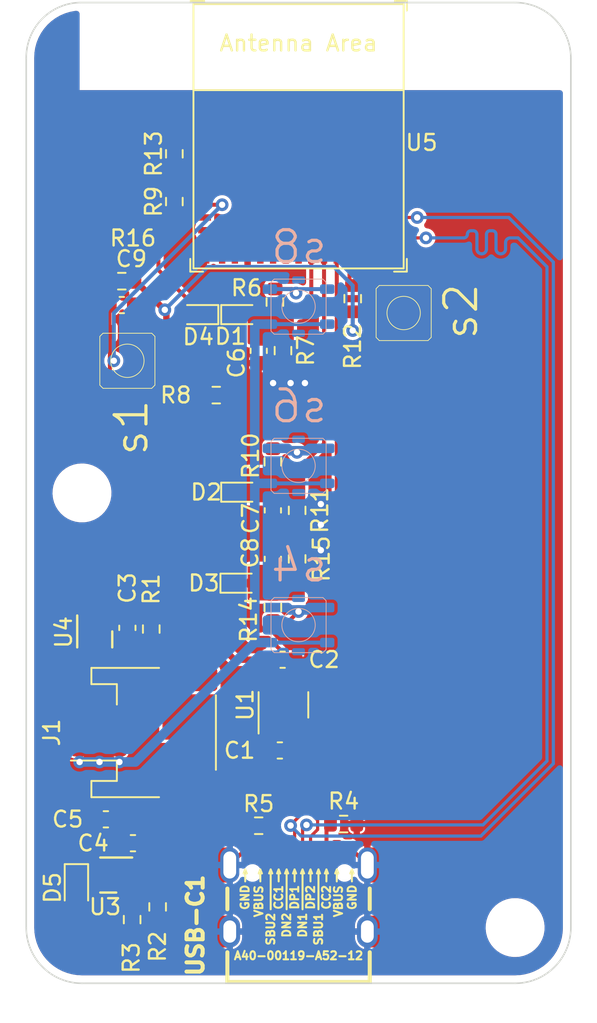
<source format=kicad_pcb>
(kicad_pcb (version 20221018) (generator pcbnew)
  (title_block (title "Rapid Remote") (date "2023-08-28") (rev "C"))
  (layers (0 "F.Cu" signal) (31 "B.Cu" signal) (34 "B.Paste" user) (35 "F.Paste" user) (36 "B.SilkS" user "B.Silkscreen") (37 "F.SilkS" user "F.Silkscreen") (38 "B.Mask" user) (39 "F.Mask" user) (44 "Edge.Cuts" user))
  (net 0 "")
  (net 1 "+5V")
  (net 2 "GND")
  (net 3 "EN_LDO")
  (net 4 "8S")
  (net 5 "6S")
  (net 6 "4S")
  (net 7 "LATCH")
  (net 8 "Net-(USB-C1-CC2)")
  (net 9 "Net-(USB-C1-CC1)")
  (net 10 "+3V3")
  (net 11 "Net-(s8-1)")
  (net 12 "Net-(s6-1)")
  (net 13 "Net-(s4-1)")
  (net 21 "Net-(U4-VDD)")
  (net 24 "USB_D-")
  (net 25 "USB_D+")
  (net 36 "+3V8")
  (net 39 "Net-(U3-PRG)")
  (net 42 "Net-(D5-K)")
  (net 43 "Net-(D5-A)")
  (net 44 "Net-(J1-Pin_2)")
  (net 46 "Net-(U5-EN{slash}CHIP_PU)")
  (net 47 "Net-(U5-GPIO8)")
  (net 48 "Net-(U5-GPIO2{slash}ADC1_CH2)")
  (net 49 "Net-(U5-GPIO9)")
  (footprint "PCM_Espressif:ESP32-C3-MINI-1" (layer "F.Cu") (at 151.6 71.5)
    (fp_text reference "U5")
    (fp_text value "ESP32-C3-MINI-1")
  )
  (footprint "Package_DFN_QFN:DFN-6-1EP_2x2mm_P0.65mm_EP1x1.6mm" (layer "F.Cu") (at 138.8 102.6 -90)
    (fp_text reference "U4")
    (fp_text value "XB6096I2SV")
  )
  (footprint "Resistor_SMD:R_0603_1608Metric" (layer "F.Cu") (at 150.622 84.963 -90)
    (fp_text reference "R7")
    (fp_text value "10k")
  )
  (footprint "Capacitor_SMD:C_0603_1608Metric" (layer "F.Cu") (at 141.2 115.9 180)
    (fp_text reference "C4")
    (fp_text value "10u")
  )
  (footprint "Capacitor_SMD:C_0603_1608Metric" (layer "F.Cu") (at 150.425 110.075)
    (fp_text reference "C1")
    (fp_text value "1u")
  )
  (footprint "Diode_SMD:D_SOD-523" (layer "F.Cu") (at 148 82.7)
    (fp_text reference "D1")
    (fp_text value "1N4148WT")
  )
  (footprint "MountingHole:MountingHole_3.2mm_M3" (layer "F.Cu") (at 165.2 121.2)
    (fp_text reference "H3")
    (fp_text value "MountingHole")
  )
  (footprint "Capacitor_SMD:C_0603_1608Metric" (layer "F.Cu") (at 139.5 114.4)
    (fp_text reference "C5")
    (fp_text value "1u")
  )
  (footprint "LED_SMD:LED_0603_1608Metric" (layer "F.Cu") (at 137.65 118.7 -90)
    (fp_text reference "D5")
    (fp_text value "LED")
  )
  (footprint "Resistor_SMD:R_0603_1608Metric" (layer "F.Cu") (at 155 81.7 90)
    (fp_text reference "R12")
    (fp_text value "10k")
  )
  (footprint "Capacitor_SMD:C_0603_1608Metric" (layer "F.Cu") (at 150.6 104.375)
    (fp_text reference "C2")
    (fp_text value "1u")
  )
  (footprint "Resistor_SMD:R_0603_1608Metric" (layer "F.Cu") (at 154.43 114.696)
    (fp_text reference "R4")
    (fp_text value "5k1")
  )
  (footprint "Resistor_SMD:R_0603_1608Metric" (layer "F.Cu") (at 149.987 91.948 90)
    (fp_text reference "R10")
    (fp_text value "1k")
  )
  (footprint "Resistor_SMD:R_0603_1608Metric" (layer "F.Cu") (at 142.35 102.45 -90)
    (fp_text reference "R1")
    (fp_text value "1k")
  )
  (footprint "Resistor_SMD:R_0603_1608Metric" (layer "F.Cu") (at 149.987 101.092 -90)
    (fp_text reference "R14")
    (fp_text value "1k")
  )
  (footprint "Capacitor_SMD:C_0603_1608Metric" (layer "F.Cu") (at 149.987 94.996 -90)
    (fp_text reference "C7")
    (fp_text value "1u")
  )
  (footprint "Diode_SMD:D_SOD-523" (layer "F.Cu") (at 145.3 82.7 180)
    (fp_text reference "D4")
    (fp_text value "1N4148WT")
  )
  (footprint "Capacitor_SMD:C_0603_1608Metric" (layer "F.Cu") (at 149.098 84.976 -90)
    (fp_text reference "C6")
    (fp_text value "1u")
  )
  (footprint "Resistor_SMD:R_0603_1608Metric" (layer "F.Cu") (at 141.15 120.7 -90)
    (fp_text reference "R3")
    (fp_text value "47.5k")
  )
  (footprint "Resistor_SMD:R_0603_1608Metric" (layer "F.Cu") (at 150.114 81.915 90)
    (fp_text reference "R6")
    (fp_text value "1k")
  )
  (footprint "Resistor_SMD:R_0603_1608Metric" (layer "F.Cu") (at 151.511 98.044 90)
    (fp_text reference "R15")
    (fp_text value "10k")
  )
  (footprint "Resistor_SMD:R_0603_1608Metric" (layer "F.Cu") (at 146.431 87.757 180)
    (fp_text reference "R8")
    (fp_text value "10k")
  )
  (footprint "MountingHole:MountingHole_3.2mm_M3" (layer "F.Cu") (at 138 93.9)
    (fp_text reference "H2")
    (fp_text value "MountingHole")
  )
  (footprint "Capacitor_SMD:C_0603_1608Metric" (layer "F.Cu") (at 149.987 98.044 90)
    (fp_text reference "C8")
    (fp_text value "1u")
  )
  (footprint "Capacitor_SMD:C_0603_1608Metric" (layer "F.Cu") (at 140.5 82.1)
    (fp_text reference "C9")
    (fp_text value "1u")
  )
  (footprint "Diode_SMD:D_SOD-523" (layer "F.Cu") (at 148 93.853)
    (fp_text reference "D2")
    (fp_text value "1N4148WT")
  )
  (footprint "Resistor_SMD:R_0603_1608Metric" (layer "F.Cu") (at 143.8 75.6 -90)
    (fp_text reference "R9")
    (fp_text value "1M")
  )
  (footprint "Personal:USB2.0_TYPE-C(A40-00119-A52-12)" (layer "F.Cu") (at 151.6 120.3 -90)
    (fp_text reference "USB-C1")
    (fp_text value "USB-C-16P-F(A40-00119-A52-12)")
  )
  (footprint "Resistor_SMD:R_0603_1608Metric" (layer "F.Cu") (at 143.8 72.6 90)
    (fp_text reference "R13")
    (fp_text value "10k")
  )
  (footprint "Diode_SMD:D_SOD-523" (layer "F.Cu") (at 147.955 99.568)
    (fp_text reference "D3")
    (fp_text value "1N4148WT")
  )
  (footprint "Capacitor_SMD:C_0603_1608Metric" (layer "F.Cu") (at 140.85 102.375 -90)
    (fp_text reference "C3")
    (fp_text value "100n")
  )
  (footprint "Resistor_SMD:R_0603_1608Metric" (layer "F.Cu") (at 149.096 114.803 180)
    (fp_text reference "R5")
    (fp_text value "5k1")
  )
  (footprint "Connector_JST:JST_PH_S2B-PH-SM4-TB_1x02-1MP_P2.00mm_Horizontal" (layer "F.Cu") (at 141.9 108.95 90)
    (fp_text reference "J1")
    (fp_text value "Conn_01x02_Socket")
  )
  (footprint "Resistor_SMD:R_0603_1608Metric" (layer "F.Cu") (at 151.511 94.996 -90)
    (fp_text reference "R11")
    (fp_text value "10k")
  )
  (footprint "MountingHole:MountingHole_3.2mm_M3" (layer "F.Cu") (at 165.2 66.6)
    (fp_text reference "H1")
    (fp_text value "MountingHole")
  )
  (footprint "rapidtraining:TS-1177-C-B-B" (layer "F.Cu") (at 140.85 85.6 90)
    (fp_text reference "s1")
    (fp_text value "BUTTON_4PIN_TS_1177" hide)
  )
  (footprint "Package_TO_SOT_SMD:SOT-23-5" (layer "F.Cu") (at 150.65 107.2125 90)
    (fp_text reference "U1")
    (fp_text value "MIC5504-3.3YM5")
  )
  (footprint "Resistor_SMD:R_0603_1608Metric" (layer "F.Cu") (at 140.5 80.6 180)
    (fp_text reference "R16")
    (fp_text value "10k")
  )
  (footprint "Resistor_SMD:R_0603_1608Metric" (layer "F.Cu") (at 142.75 119.9 90)
    (fp_text reference "R2")
    (fp_text value "1k")
  )
  (footprint "Package_DFN_QFN:DFN-6-1EP_2x2mm_P0.65mm_EP1x1.6mm" (layer "F.Cu") (at 140.15 117.9 180)
    (fp_text reference "U3")
    (fp_text value "WS4518D")
  )
  (footprint "rapidtraining:TS-1177-C-B-B" (layer "F.Cu") (at 158.2 82.6 90)
    (fp_text reference "s2")
    (fp_text value "BUTTON_4PIN_TS_1177" hide)
  )
  (footprint "rapidtraining:TS-1177-C-B-B" (layer "B.Cu") (at 151.6 92.2 180)
    (fp_text reference "s6")
    (fp_text value "BUTTON_4PIN_TS_1177" hide)
  )
  (footprint "rapidtraining:TS-1177-C-B-B" (layer "B.Cu") (at 151.6 82.2 180)
    (fp_text reference "s8")
    (fp_text value "BUTTON_4PIN_TS_1177" hide)
  )
  (footprint "rapidtraining:TS-1177-C-B-B" (layer "B.Cu") (at 151.6 102.2 180)
    (fp_text reference "s4")
    (fp_text value "BUTTON_4PIN_TS_1177" hide)
  )
  (gr_arc (start 134.5 66.6) (mid 135.475126 64.145837) (end 137.9 63.1) (stroke (width 0.1)) (layer "Edge.Cuts"))
  (gr_line (start 165.2 124.7) (end 138 124.7) (stroke (width 0.1)) (layer "Edge.Cuts"))
  (gr_arc (start 165.2 63.1) (mid 167.674874 64.125126) (end 168.7 66.6) (stroke (width 0.1)) (layer "Edge.Cuts"))
  (gr_line (start 137.9 63.1) (end 165.2 63.1) (stroke (width 0.1)) (layer "Edge.Cuts"))
  (gr_arc (start 138 124.7) (mid 135.525127 123.674874) (end 134.5 121.2) (stroke (width 0.1)) (layer "Edge.Cuts"))
  (gr_arc (start 168.7 121.2) (mid 167.674874 123.674874) (end 165.2 124.7) (stroke (width 0.1)) (layer "Edge.Cuts"))
  (gr_line (start 134.5 121.2) (end 134.5 66.6) (stroke (width 0.1)) (layer "Edge.Cuts"))
  (gr_line (start 168.7 66.6) (end 168.7 121.2) (stroke (width 0.1)) (layer "Edge.Cuts"))
  (segment (start 142.75 119.075) (end 142.75 118.05) (width 0.3) (layer "F.Cu") (net 1))
  (segment (start 149.325 116.368) (end 149.075 116.368) (width 0.25) (layer "F.Cu") (net 1))
  (segment (start 151.509 118.014) (end 150.448 119.075) (width 0.508) (layer "F.Cu") (net 1))
  (segment (start 141.95 117.25) (end 141.9 117.25) (width 0.3) (layer "F.Cu") (net 1))
  (segment (start 141.975 115.9) (end 141.975 117.175) (width 0.25) (layer "F.Cu") (net 1))
  (segment (start 150.448 119.075) (end 142.75 119.075) (width 0.508) (layer "F.Cu") (net 1))
  (segment (start 141.9 117.25) (end 141.2 117.25) (width 0.3) (layer "F.Cu") (net 1))
  (segment (start 141.975 117.175) (end 141.9 117.25) (width 0.25) (layer "F.Cu") (net 1))
  (segment (start 142.75 118.05) (end 141.95 117.25) (width 0.3) (layer "F.Cu") (net 1))
  (segment (start 145.65 78.25) (end 145.7 78.2) (width 0.25) (layer "F.Cu") (net 2))
  (segment (start 140.425 115.9) (end 140.425 114.55) (width 0.5) (layer "F.Cu") (net 2))
  (segment (start 148.525 116.368) (end 148.182 116.368) (width 0.25) (layer "F.Cu") (net 2))
  (segment (start 155.018 116.368) (end 155.92 117.27) (width 0.25) (layer "F.Cu") (net 2))
  (segment (start 151.511 95.821) (end 150.037 95.821) (width 0.5) (layer "F.Cu") (net 2))
  (segment (start 138.15 101.55) (end 138.15 100.75) (width 0.25) (layer "F.Cu") (net 2))
  (segment (start 157.55 69.25) (end 156.45 69.25) (width 0.6) (layer "F.Cu") (net 2))
  (segment (start 149.987 97.269) (end 151.461 97.269) (width 0.5) (layer "F.Cu") (net 2))
  (segment (start 140.425 114.55) (end 140.275 114.4) (width 0.25) (layer "F.Cu") (net 2))
  (segment (start 151.461 97.269) (end 151.511 97.219) (width 0.25) (layer "F.Cu") (net 2))
  (segment (start 145.65 70.15) (end 145.7 70.2) (width 0.6) (layer "F.Cu") (net 2))
  (segment (start 154.675 116.368) (end 155.018 116.368) (width 0.25) (layer "F.Cu") (net 2))
  (segment (start 150.65 109.525) (end 151.2 110.075) (width 0.25) (layer "F.Cu") (net 2))
  (segment (start 149.135 85.788) (end 149.098 85.751) (width 0.25) (layer "F.Cu") (net 2))
  (segment (start 150.622 86.378) (end 150.622 85.788) (width 0.5) (layer "F.Cu") (net 2))
  (segment (start 150.65 108.35) (end 150.65 109.525) (width 0.25) (layer "F.Cu") (net 2))
  (segment (start 149.987 95.871) (end 150.037 95.821) (width 0.5) (layer "F.Cu") (net 2))
  (segment (start 138.8 101.55) (end 138.8 100.8) (width 0.25) (layer "F.Cu") (net 2))
  (segment (start 146.75 69.25) (end 146.8 69.3) (width 0.25) (layer "F.Cu") (net 2))
  (segment (start 138.8 102.6) (end 138.8 101.55) (width 0.25) (layer "F.Cu") (net 2))
  (segment (start 151.511 95.821) (end 151.511 97.219) (width 0.5) (layer "F.Cu") (net 2))
  (segment (start 141.2 117.9) (end 140.15 117.9) (width 0.25) (layer "F.Cu") (net 2))
  (segment (start 150 87) (end 150.622 86.378) (width 0.5) (layer "F.Cu") (net 2))
  (segment (start 150.622 85.788) (end 149.135 85.788) (width 0.5) (layer "F.Cu") (net 2))
  (segment (start 150.037 95.821) (end 149.987 95.771) (width 0.25) (layer "F.Cu") (net 2))
  (segment (start 145.65 69.25) (end 146.75 69.25) (width 0.6) (layer "F.Cu") (net 2))
  (segment (start 156.45 69.25) (end 156.4 69.3) (width 0.25) (layer "F.Cu") (net 2))
  (segment (start 138.15 101.95) (end 138.8 102.6) (width 0.25) (layer "F.Cu") (net 2))
  (segment (start 149.987 97.269) (end 149.987 95.871) (width 0.5) (layer "F.Cu") (net 2))
  (segment (start 148.182 116.368) (end 147.28 117.27) (width 0.25) (layer "F.Cu") (net 2))
  (segment (start 138.15 101.55) (end 138.15 101.95) (width 0.25) (layer "F.Cu") (net 2))
  (via (at 153 97.5) (size 0.8) (drill 0.4) (layers "F.Cu" "B.Cu") (net 2))
  (via (at 150 87) (size 0.8) (drill 0.4) (layers "F.Cu" "B.Cu") (net 2))
  (via (at 153 94.6) (size 0.8) (drill 0.4) (layers "F.Cu" "B.Cu") (net 2))
  (via (at 152 87) (size 0.8) (drill 0.4) (layers "F.Cu" "B.Cu") (net 2))
  (via (at 151.1 87) (size 0.8) (drill 0.4) (layers "F.Cu" "B.Cu") (net 2))
  (via (at 153 95.9) (size 0.8) (drill 0.4) (layers "F.Cu" "B.Cu") (net 2))
  (segment (start 150.6 103.897183) (end 150.6 106.6) (width 0.25) (layer "F.Cu") (net 3))
  (segment (start 151.6 107.6) (end 151.6 108.35) (width 0.25) (layer "F.Cu") (net 3))
  (segment (start 147.3 82.7) (end 146 82.7) (width 0.25) (layer "F.Cu") (net 3))
  (segment (start 150.6 106.6) (end 151.6 107.6) (width 0.25) (layer "F.Cu") (net 3))
  (segment (start 147.255 99.568) (end 147.255 101.655) (width 0.25) (layer "F.Cu") (net 3))
  (segment (start 147.3 99.2) (end 147.3 92.2) (width 0.25) (layer "F.Cu") (net 3))
  (segment (start 148.6 103) (end 149.702817 103) (width 0.25) (layer "F.Cu") (net 3))
  (segment (start 147.3 82.7) (end 147.3 92.2) (width 0.25) (layer "F.Cu") (net 3))
  (segment (start 147.255 101.655) (end 148.6 103) (width 0.25) (layer "F.Cu") (net 3))
  (segment (start 149.702817 103) (end 150.6 103.897183) (width 0.25) (layer "F.Cu") (net 3))
  (segment (start 152.4 79.1) (end 152.4 82) (width 0.25) (layer "F.Cu") (net 4))
  (segment (start 150.177 82.677) (end 150.114 82.74) (width 0.25) (layer "F.Cu") (net 4))
  (segment (start 151.723 82.677) (end 150.177 82.677) (width 0.25) (layer "F.Cu") (net 4))
  (segment (start 152.4 82) (end 151.723 82.677) (width 0.25) (layer "F.Cu") (net 4))
  (segment (start 153.2 90.8) (end 150.9 93.1) (width 0.25) (layer "F.Cu") (net 5))
  (segment (start 153.2 79.1) (end 153.2 90.8) (width 0.25) (layer "F.Cu") (net 5))
  (segment (start 154 98.9) (end 153.9 99) (width 0.25) (layer "F.Cu") (net 6))
  (segment (start 150.8 99.21) (end 153.69 99.21) (width 0.25) (layer "F.Cu") (net 6))
  (segment (start 154 79.1) (end 154 98.9) (width 0.25) (layer "F.Cu") (net 6))
  (segment (start 153.69 99.21) (end 153.9 99) (width 0.25) (layer "F.Cu") (net 6))
  (segment (start 143.8 74.775) (end 143.125 74.775) (width 0.25) (layer "F.Cu") (net 7))
  (segment (start 145.7 74.2) (end 145.1 74.2) (width 0.25) (layer "F.Cu") (net 7))
  (segment (start 142.8 75.1) (end 142.8 79.9) (width 0.25) (layer "F.Cu") (net 7))
  (segment (start 144.6 81.7) (end 144.6 82.7) (width 0.25) (layer "F.Cu") (net 7))
  (segment (start 142.8 79.9) (end 144.6 81.7) (width 0.25) (layer "F.Cu") (net 7))
  (segment (start 144.525 74.775) (end 143.8 74.775) (width 0.25) (layer "F.Cu") (net 7))
  (segment (start 143.125 74.775) (end 142.8 75.1) (width 0.25) (layer "F.Cu") (net 7))
  (segment (start 145.1 74.2) (end 144.525 74.775) (width 0.25) (layer "F.Cu") (net 7))
  (segment (start 153.354 116.3758) (end 153.354 115.0122) (width 0.25) (layer "F.Cu") (net 8))
  (segment (start 153.354 115.0122) (end 153.605 114.7612) (width 0.25) (layer "F.Cu") (net 8))
  (segment (start 150.354 116.3758) (end 150.354 115.4192) (width 0.25) (layer "F.Cu") (net 9))
  (segment (start 150.354 115.4192) (end 149.7378 114.803) (width 0.25) (layer "F.Cu") (net 9))
  (segment (start 143.3 100.1) (end 147.575 104.375) (width 0.4) (layer "F.Cu") (net 10))
  (segment (start 149.7 106.075) (end 149.7 104.5) (width 0.25) (layer "F.Cu") (net 10))
  (segment (start 141.325 80.552817) (end 143.3 82.527817) (width 0.4) (layer "F.Cu") (net 10))
  (segment (start 141.325 72.875) (end 141.325 80.552817) (width 0.4) (layer "F.Cu") (net 10))
  (segment (start 147.575 104.375) (end 149.825 104.375) (width 0.4) (layer "F.Cu") (net 10))
  (segment (start 149.7 104.5) (end 149.825 104.375) (width 0.25) (layer "F.Cu") (net 10))
  (segment (start 155 83.7) (end 155 82.525) (width 0.25) (layer "F.Cu") (net 10))
  (segment (start 142.4 71.8) (end 141.325 72.875) (width 0.4) (layer "F.Cu") (net 10))
  (segment (start 145.6 71.8) (end 142.4 71.8) (width 0.4) (layer "F.Cu") (net 10))
  (segment (start 143.3 82.527817) (end 143.3 100.1) (width 0.4) (layer "F.Cu") (net 10))
  (via (at 155 83.7) (size 0.8) (drill 0.4) (layers "F.Cu" "B.Cu") (net 10))
  (via (at 143.2 82.4) (size 0.8) (drill 0.4) (layers "F.Cu" "B.Cu") (net 10))
  (segment (start 145.9 79.7) (end 143.2 82.4) (width 0.25) (layer "B.Cu") (net 10))
  (segment (start 154.7245 80.6) (end 154.51225 80.38775) (width 0.25) (layer "B.Cu") (net 10))
  (segment (start 154.51225 80.38775) (end 153.8245 79.7) (width 0.25) (layer "B.Cu") (net 10))
  (segment (start 154.51225 80.38775) (end 155 80.8755) (width 0.25) (layer "B.Cu") (net 10))
  (segment (start 153.8245 79.7) (end 145.9 79.7) (width 0.25) (layer "B.Cu") (net 10))
  (segment (start 155 80.8755) (end 155 83.7) (width 0.25) (layer "B.Cu") (net 10))
  (segment (start 150.114 81.09) (end 151.181984 81.09) (width 0.25) (layer "F.Cu") (net 11))
  (segment (start 151.181984 81.09) (end 151.441484 81.3495) (width 0.25) (layer "F.Cu") (net 11))
  (via (at 151.441484 81.3495) (size 0.8) (drill 0.4) (layers "F.Cu" "B.Cu") (net 11))
  (segment (start 149.8 81.1) (end 151.5 81.1) (width 0.25) (layer "B.Cu") (net 11))
  (segment (start 151.5 81.1) (end 151.5 81.290984) (width 0.25) (layer "B.Cu") (net 11))
  (segment (start 151.5 81.1) (end 153.4 81.1) (width 0.25) (layer "B.Cu") (net 11))
  (segment (start 151.5 81.290984) (end 151.441484 81.3495) (width 0.25) (layer "B.Cu") (net 11))
  (segment (start 151.500914 91.3495) (end 151.241414 91.09) (width 0.25) (layer "F.Cu") (net 12))
  (segment (start 151.241414 91.09) (end 149.8 91.09) (width 0.25) (layer "F.Cu") (net 12))
  (via (at 151.500914 91.3495) (size 0.8) (drill 0.4) (layers "F.Cu" "B.Cu") (net 12))
  (segment (start 151.600414 91.25) (end 151.500914 91.3495) (width 0.6) (layer "B.Cu") (net 12))
  (segment (start 151.058794 91.25) (end 150.908794 91.1) (width 0.6) (layer "B.Cu") (net 12))
  (segment (start 153.4 91.1) (end 152.291206 91.1) (width 0.6) (layer "B.Cu") (net 12))
  (segment (start 151.401414 91.25) (end 151.058794 91.25) (width 0.6) (layer "B.Cu") (net 12))
  (segment (start 152.291206 91.1) (end 152.141206 91.25) (width 0.6) (layer "B.Cu") (net 12))
  (segment (start 150.908794 91.1) (end 149.8 91.1) (width 0.6) (layer "B.Cu") (net 12))
  (segment (start 152.141206 91.25) (end 151.600414 91.25) (width 0.6) (layer "B.Cu") (net 12))
  (segment (start 151.500914 91.3495) (end 151.401414 91.25) (width 0.6) (layer "B.Cu") (net 12))
  (segment (start 151.597211 101.3495) (end 151.029711 101.917) (width 0.25) (layer "F.Cu") (net 13))
  (segment (start 151.029711 101.917) (end 149.733 101.917) (width 0.25) (layer "F.Cu") (net 13))
  (via (at 151.597211 101.3495) (size 0.8) (drill 0.4) (layers "F.Cu" "B.Cu") (net 13))
  (segment (start 151.597211 101.3495) (end 151.497711 101.25) (width 0.6) (layer "B.Cu") (net 13))
  (segment (start 151.058794 101.25) (end 150.908794 101.1) (width 0.6) (layer "B.Cu") (net 13))
  (segment (start 150.908794 101.1) (end 149.8 101.1) (width 0.6) (layer "B.Cu") (net 13))
  (segment (start 152.141206 101.25) (end 152.291206 101.1) (width 0.6) (layer "B.Cu") (net 13))
  (segment (start 151.597211 101.3495) (end 151.696711 101.25) (width 0.6) (layer "B.Cu") (net 13))
  (segment (start 151.696711 101.25) (end 152.141206 101.25) (width 0.6) (layer "B.Cu") (net 13))
  (segment (start 151.497711 101.25) (end 151.058794 101.25) (width 0.6) (layer "B.Cu") (net 13))
  (segment (start 152.291206 101.1) (end 153.4 101.1) (width 0.6) (layer "B.Cu") (net 13))
  (segment (start 140.9 101.625) (end 140.85 101.675) (width 0.25) (layer "F.Cu") (net 21))
  (segment (start 140.8 101.55) (end 140.85 101.6) (width 0.25) (layer "F.Cu") (net 21))
  (segment (start 150.945 117.2668) (end 151.763 117.2668) (width 0.2) (layer "F.Cu") (net 24))
  (segment (start 150.854 116.3758) (end 150.854 117.1758) (width 0.2) (layer "F.Cu") (net 24))
  (segment (start 158.41005 77.4) (end 157.5 77.4) (width 0.2) (layer "F.Cu") (net 24))
  (segment (start 152.098 114.7522) (end 151.854 114.9962) (width 0.2) (layer "F.Cu") (net 24))
  (segment (start 151.854 117.1758) (end 151.854 116.3758) (width 0.2) (layer "F.Cu") (net 24))
  (segment (start 151.763 117.2668) (end 151.854 117.1758) (width 0.2) (layer "F.Cu") (net 24))
  (segment (start 150.854 117.1758) (end 150.945 117.2668) (width 0.2) (layer "F.Cu") (net 24))
  (segment (start 151.854 114.9962) (end 151.854 116.3758) (width 0.2) (layer "F.Cu") (net 24))
  (segment (start 158.892478 77.882428) (end 158.41005 77.4) (width 0.2) (layer "F.Cu") (net 24))
  (segment (start 159.6 77.882428) (end 158.892478 77.882428) (width 0.2) (layer "F.Cu") (net 24))
  (via (at 152.098 114.7522) (size 0.8) (drill 0.4) (layers "F.Cu" "B.Cu") (net 24))
  (via (at 159.6 77.882428) (size 0.8) (drill 0.4) (layers "F.Cu" "B.Cu") (net 24))
  (segment (start 165.382428 77.882428) (end 167.2 79.7) (width 0.2) (layer "B.Cu") (net 24))
  (segment (start 162.8 77.657428) (end 162.8 77.882428) (width 0.2) (layer "B.Cu") (net 24))
  (segment (start 164.9 77.882428) (end 165.382428 77.882428) (width 0.2) (layer "B.Cu") (net 24))
  (segment (start 164 77.657428) (end 164 78.182428) (width 0.2) (layer "B.Cu") (net 24))
  (segment (start 167.2 110.734314) (end 163.182114 114.7522) (width 0.2) (layer "B.Cu") (net 24))
  (segment (start 167.2 79.7) (end 167.2 110.734314) (width 0.2) (layer "B.Cu") (net 24))
  (segment (start 163.625 77.432428) (end 163.775 77.432428) (width 0.2) (layer "B.Cu") (net 24))
  (segment (start 164.6 78.582428) (end 164.6 78.182428) (width 0.2) (layer "B.Cu") (net 24))
  (segment (start 162.8 77.882428) (end 162.8 78.582428) (width 0.2) (layer "B.Cu") (net 24))
  (segment (start 163.4 77.882428) (end 163.4 77.657428) (width 0.2) (layer "B.Cu") (net 24))
  (segment (start 159.6 77.882428) (end 161.975 77.882428) (width 0.2) (layer "B.Cu") (net 24))
  (segment (start 162.425 77.432428) (end 162.575 77.432428) (width 0.2) (layer "B.Cu") (net 24))
  (segment (start 163.182114 114.7522) (end 152.098 114.7522) (width 0.2) (layer "B.Cu") (net 24))
  (segment (start 163.4 78.582428) (end 163.4 77.882428) (width 0.2) (layer "B.Cu") (net 24))
  (segment (start 164 78.182428) (end 164 78.582428) (width 0.2) (layer "B.Cu") (net 24))
  (arc (start 163.4 77.657428) (mid 163.465901 77.498329) (end 163.625 77.432428) (width 0.2) (layer "B.Cu") (net 24))
  (arc (start 161.975 77.882428) (mid 162.134089 77.816509) (end 162.2 77.657428) (width 0.2) (layer "B.Cu") (net 24))
  (arc (start 162.575 77.432428) (mid 162.734099 77.498329) (end 162.8 77.657428) (width 0.2) (layer "B.Cu") (net 24))
  (arc (start 164.6 78.182428) (mid 164.687868 77.970296) (end 164.9 77.882428) (width 0.2) (layer "B.Cu") (net 24))
  (arc (start 163.775 77.432428) (mid 163.934099 77.498329) (end 164 77.657428) (width 0.2) (layer "B.Cu") (net 24))
  (arc (start 164 78.582428) (mid 164.087868 78.79456) (end 164.3 78.882428) (width 0.2) (layer "B.Cu") (net 24))
  (arc (start 164.3 78.882428) (mid 164.512132 78.79456) (end 164.6 78.582428) (width 0.2) (layer "B.Cu") (net 24))
  (arc (start 162.2 77.657428) (mid 162.265901 77.498329) (end 162.425 77.432428) (width 0.2) (layer "B.Cu") (net 24))
  (arc (start 162.8 78.582428) (mid 162.887868 78.79456) (end 163.1 78.882428) (width 0.2) (layer "B.Cu") (net 24))
  (arc (start 163.1 78.882428) (mid 163.312132 78.79456) (end 163.4 78.582428) (width 0.2) (layer "B.Cu") (net 24))
  (segment (start 152.798 114.46225) (end 152.38795 114.0522) (width 0.2) (layer "F.Cu") (net 25))
  (segment (start 152.38795 114.0522) (end 151.80805 114.0522) (width 0.2) (layer "F.Cu") (net 25))
  (segment (start 151.099266 114.760984) (end 151.099266 114.791385) (width 0.2) (layer "F.Cu") (net 25))
  (segment (start 152.798 115.04215) (end 152.798 114.46225) (width 0.2) (layer "F.Cu") (net 25))
  (segment (start 151.354 115.046119) (end 151.099266 114.791385) (width 0.2) (layer "F.Cu") (net 25))
  (segment (start 152.354 116.3758) (end 152.354 115.48615) (width 0.2) (layer "F.Cu") (net 25))
  (segment (start 159.05 76.6) (end 157.5 76.6) (width 0.2) (layer "F.Cu") (net 25))
  (segment (start 152.354 115.48615) (end 152.798 115.04215) (width 0.2) (layer "F.Cu") (net 25))
  (segment (start 151.80805 114.0522) (end 151.099266 114.760984) (width 0.2) (layer "F.Cu") (net 25))
  (segment (start 151.354 116.3758) (end 151.354 115.046119) (width 0.2) (layer "F.Cu") (net 25))
  (via (at 159.05 76.6) (size 0.8) (drill 0.4) (layers "F.Cu" "B.Cu") (net 25))
  (via (at 151.099266 114.791385) (size 0.8) (drill 0.4) (layers "F.Cu" "B.Cu") (net 25))
  (segment (start 164.8 76.6) (end 167.6 79.4) (width 0.2) (layer "B.Cu") (net 25))
  (segment (start 159.05 76.6) (end 164.8 76.6) (width 0.2) (layer "B.Cu") (net 25))
  (segment (start 167.6 110.9) (end 163.0478 115.4522) (width 0.2) (layer "B.Cu") (net 25))
  (segment (start 151.760081 115.4522) (end 151.099266 114.791385) (width 0.2) (layer "B.Cu") (net 25))
  (segment (start 167.6 79.4) (end 167.6 110.9) (width 0.2) (layer "B.Cu") (net 25))
  (segment (start 163.0478 115.4522) (end 151.760081 115.4522) (width 0.2) (layer "B.Cu") (net 25))
  (segment (start 149.7 108.35) (end 149.7 110.025) (width 0.4) (layer "F.Cu") (net 36))
  (segment (start 137.85 110.8) (end 138.2 110.8) (width 0.6) (layer "F.Cu") (net 36))
  (segment (start 139.9 110.8) (end 139.05 109.95) (width 0.6) (layer "F.Cu") (net 36))
  (segment (start 148.625 110.075) (end 148.6 110.05) (width 0.4) (layer "F.Cu") (net 36))
  (segment (start 138.2 110.8) (end 139.05 109.95) (width 0.6) (layer "F.Cu") (net 36))
  (segment (start 139.05 110.75) (end 139.1 110.8) (width 0.25) (layer "F.Cu") (net 36))
  (segment (start 149.65 110.075) (end 148.625 110.075) (width 0.4) (layer "F.Cu") (net 36))
  (segment (start 139.05 109.95) (end 139.05 110.75) (width 1) (layer "F.Cu") (net 36))
  (segment (start 140.35 110.8) (end 139.9 110.8) (width 0.6) (layer "F.Cu") (net 36))
  (segment (start 149.7 110.025) (end 149.65 110.075) (width 0.4) (layer "F.Cu") (net 36))
  (via (at 139.1 110.8) (size 0.8) (drill 0.4) (layers "F.Cu" "B.Cu") (net 36))
  (via (at 137.85 110.8) (size 0.8) (drill 0.4) (layers "F.Cu" "B.Cu") (net 36))
  (via (at 140.35 110.8) (size 0.8) (drill 0.4) (layers "F.Cu" "B.Cu") (net 36))
  (segment (start 153.4 103.3) (end 149.8 103.3) (width 0.25) (layer "B.Cu") (net 36))
  (segment (start 148.95 93.3) (end 148.85 93.2) (width 0.25) (layer "B.Cu") (net 36))
  (segment (start 140.35 110.8) (end 141.35 110.8) (width 0.6) (layer "B.Cu") (net 36))
  (segment (start 137.85 110.8) (end 138.2 110.8) (width 0.6) (layer "B.Cu") (net 36))
  (segment (start 149.8 93.3) (end 148.95 93.3) (width 0.6) (layer "B.Cu") (net 36))
  (segment (start 148.85 83.3) (end 148.85 93.2) (width 0.6) (layer "B.Cu") (net 36))
  (segment (start 149.8 83.3) (end 148.85 83.3) (width 0.6) (layer "B.Cu") (net 36))
  (segment (start 141.35 110.8) (end 148.85 103.3) (width 0.6) (layer "B.Cu") (net 36))
  (segment (start 153.4 83.3) (end 149.8 83.3) (width 0.25) (layer "B.Cu") (net 36))
  (segment (start 153.4 93.3) (end 149.8 93.3) (width 0.25) (layer "B.Cu") (net 36))
  (segment (start 148.85 103.3) (end 149.8 103.3) (width 0.6) (layer "B.Cu") (net 36))
  (segment (start 139.1 110.8) (end 137.85 110.8) (width 0.6) (layer "B.Cu") (net 36))
  (segment (start 140.35 110.8) (end 139.1 110.8) (width 0.6) (layer "B.Cu") (net 36))
  (segment (start 148.85 93.2) (end 148.85 103.3) (width 0.6) (layer "B.Cu") (net 36))
  (segment (start 141.15 118.6) (end 141.2 118.55) (width 0.25) (layer "F.Cu") (net 39))
  (segment (start 141.15 119.875) (end 141.15 118.6) (width 0.25) (layer "F.Cu") (net 39))
  (segment (start 137.65 117.9125) (end 139.0875 117.9125) (width 0.25) (layer "F.Cu") (net 42))
  (segment (start 139.0875 117.9125) (end 139.1 117.9) (width 0.25) (layer "F.Cu") (net 42))
  (segment (start 138.8875 120.725) (end 142.75 120.725) (width 0.25) (layer "F.Cu") (net 43))
  (segment (start 137.65 119.4875) (end 138.8875 120.725) (width 0.25) (layer "F.Cu") (net 43))
  (segment (start 139.675 80.6) (end 139.675 82.05) (width 0.25) (layer "F.Cu") (net 46))
  (segment (start 139.75 85.85) (end 140 85.6) (width 0.25) (layer "F.Cu") (net 46))
  (segment (start 139.725 83.775) (end 139.75 83.8) (width 0.25) (layer "F.Cu") (net 46))
  (segment (start 139.75 86) (end 139.75 85.85) (width 0.25) (layer "F.Cu") (net 46))
  (segment (start 145.7 75.8) (end 146.8 75.8) (width 0.25) (layer "F.Cu") (net 46))
  (segment (start 139.75 83.8) (end 139.75 86) (width 0.25) (layer "F.Cu") (net 46))
  (segment (start 139.75 86) (end 139.75 87.4) (width 0.25) (layer "F.Cu") (net 46))
  (segment (start 139.725 82.1) (end 139.725 83.775) (width 0.25) (layer "F.Cu") (net 46))
  (segment (start 139.675 82.05) (end 139.725 82.1) (width 0.25) (layer "F.Cu") (net 46))
  (via (at 146.8 75.8) (size 0.8) (drill 0.4) (layers "F.Cu" "B.Cu") (net 46))
  (via (at 140 85.6) (size 0.8) (drill 0.4) (layers "F.Cu" "B.Cu") (net 46))
  (segment (start 140 82.6) (end 146.8 75.8) (width 0.25) (layer "B.Cu") (net 46))
  (segment (start 140 85.6) (end 140 82.6) (width 0.25) (layer "B.Cu") (net 46))
  (segment (start 154.8 79.1) (end 154.8 80.675) (width 0.25) (layer "F.Cu") (net 47))
  (segment (start 154.8 80.675) (end 155 80.875) (width 0.25) (layer "F.Cu") (net 47))
  (segment (start 143.8 73.425) (end 145.675 73.425) (width 0.25) (layer "F.Cu") (net 48))
  (segment (start 145.675 73.425) (end 145.7 73.4) (width 0.25) (layer "F.Cu") (net 48))
  (segment (start 156.6 80.8) (end 155.6 79.8) (width 0.25) (layer "F.Cu") (net 49))
  (segment (start 155.6 79.8) (end 155.6 79.1) (width 0.25) (layer "F.Cu") (net 49))
  (segment (start 157.1 84.4) (end 157.1 80.8) (width 0.25) (layer "F.Cu") (net 49))
  (segment (start 157.1 80.8) (end 156.6 80.8) (width 0.25) (layer "F.Cu") (net 49))
  (zone (net 1) (net_name "+5V") (layer "F.Cu") (priority 5) (connect_pads yes (clearance 0.127)) (min_thickness 0.25) (fill yes (thermal_gap 0.5) (thermal_bridge_width 0.5))
    (polygon (pts (xy 148.8 115.7) (xy 149.5 115.7) (xy 149.5 117) (xy 153.7 117) (xy 153.7 115.7) (xy 154.3 115.7) (xy 154.3 118.5) (xy 148.8 118.5)))
  )
  (zone (net 5) (net_name "6S") (layer "F.Cu") (priority 4) (connect_pads yes (clearance 0.2)) (min_thickness 0.25) (fill yes (thermal_gap 0.5) (thermal_bridge_width 0.5))
    (polygon (pts (xy 148.336 92.329) (xy 148.336 94.488) (xy 152.019 94.488) (xy 152.019 92.329)))
  )
  (zone (net 36) (net_name "+3V8") (layer "F.Cu") (priority 8) (connect_pads (clearance 0.127)) (min_thickness 0.3) (fill yes (thermal_gap 0.127) (thermal_bridge_width 0.3))
    (polygon (pts (xy 150.1 110.55) (xy 150.1 109.6) (xy 142.85 109.6) (xy 142.85 102.9) (xy 141.9 102.9) (xy 141.9 109.4) (xy 137.1 109.4) (xy 137.1 117.4) (xy 139.4 117.4) (xy 139.4 113.6) (xy 142.8 113.6) (xy 142.8 110.55)))
  )
  (zone (net 6) (net_name "4S") (layer "F.Cu") (priority 3) (connect_pads yes (clearance 0.2)) (min_thickness 0.25) (fill yes (thermal_gap 0.5) (thermal_bridge_width 0.5))
    (polygon (pts (xy 148.4 98.419) (xy 148.4 100.654) (xy 151.989 100.654) (xy 151.989 98.419)))
  )
  (zone (net 4) (net_name "8S") (layer "F.Cu") (priority 2) (connect_pads yes (clearance 0.2)) (min_thickness 0.25) (fill yes (thermal_gap 0.5) (thermal_bridge_width 0.5))
    (polygon (pts (xy 148.4 82.281) (xy 148.4 84.57) (xy 151.3 84.57) (xy 151.3 82.281)))
  )
  (zone (net 21) (net_name "Net-(U4-VDD)") (layer "F.Cu") (priority 1) (connect_pads yes (clearance 0.127)) (min_thickness 0.25) (fill yes (thermal_gap 0.5) (thermal_bridge_width 0.5))
    (polygon (pts (xy 139.2 102) (xy 142.9 102) (xy 142.9 101.1) (xy 139.2 101.1)))
  )
  (zone (net 44) (net_name "Net-(J1-Pin_2)") (layer "F.Cu") (priority 7) (connect_pads (clearance 0.127)) (min_thickness 0.25) (fill yes (thermal_gap 0.127) (thermal_bridge_width 0.5))
    (polygon (pts (xy 139.7 103.3) (xy 137.9 103.3) (xy 137.3 107.4) (xy 137.3 108.5) (xy 140.8 108.5) (xy 140.8 104.3) (xy 139.7 104.3)))
  )
  (zone (net 2) (net_name "GND") (layers "F&B.Cu") (connect_pads (clearance 0.127)) (min_thickness 0.4) (fill yes (thermal_gap 0.127) (thermal_bridge_width 0.4))
    (polygon (pts (xy 158.2 68.6) (xy 137.85 68.6) (xy 137.85 63.1) (xy 134.45 63.1) (xy 134.5 124.7) (xy 168.7 124.7) (xy 168.7 68.6)))
  )
)
</source>
